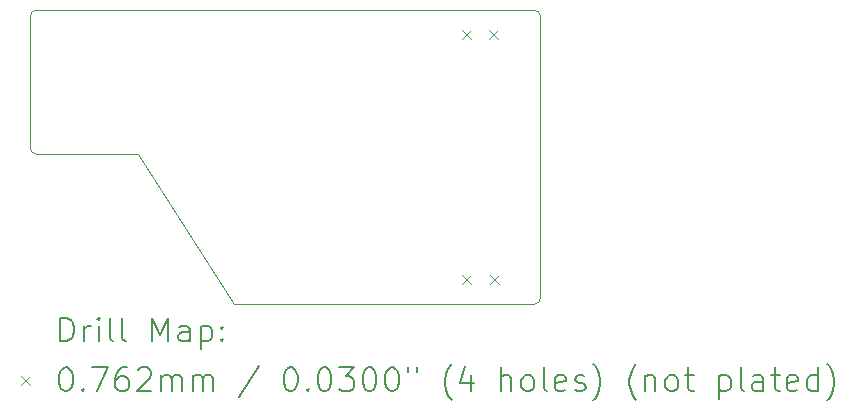
<source format=gbr>
%TF.GenerationSoftware,KiCad,Pcbnew,6.0.8-f2edbf62ab~116~ubuntu22.04.1*%
%TF.CreationDate,2022-11-21T22:24:38-03:00*%
%TF.ProjectId,pip,7069702e-6b69-4636-9164-5f7063625858,rev?*%
%TF.SameCoordinates,Original*%
%TF.FileFunction,Drillmap*%
%TF.FilePolarity,Positive*%
%FSLAX45Y45*%
G04 Gerber Fmt 4.5, Leading zero omitted, Abs format (unit mm)*
G04 Created by KiCad (PCBNEW 6.0.8-f2edbf62ab~116~ubuntu22.04.1) date 2022-11-21 22:24:38*
%MOMM*%
%LPD*%
G01*
G04 APERTURE LIST*
%ADD10C,0.100000*%
%ADD11C,0.200000*%
%ADD12C,0.076200*%
G04 APERTURE END LIST*
D10*
X15951200Y-10388600D02*
G75*
G03*
X16002000Y-10337800I0J50800D01*
G01*
X15951200Y-10388600D02*
X13411200Y-10388600D01*
X11684000Y-9067800D02*
X11684000Y-7950200D01*
X11734800Y-7899400D02*
G75*
G03*
X11684000Y-7950200I0J-50800D01*
G01*
X16002000Y-7950200D02*
G75*
G03*
X15951200Y-7899400I-50800J0D01*
G01*
X16002000Y-7950200D02*
X16002000Y-10337800D01*
X12598400Y-9118600D02*
X11734800Y-9118600D01*
X13411200Y-10388600D02*
X12598400Y-9118600D01*
X11734800Y-7899400D02*
X15951200Y-7899400D01*
X11684000Y-9067800D02*
G75*
G03*
X11734800Y-9118600I50800J0D01*
G01*
D11*
D12*
X15340700Y-8069580D02*
X15416900Y-8145780D01*
X15416900Y-8069580D02*
X15340700Y-8145780D01*
X15341060Y-10142220D02*
X15417260Y-10218420D01*
X15417260Y-10142220D02*
X15341060Y-10218420D01*
X15570740Y-8069580D02*
X15646940Y-8145780D01*
X15646940Y-8069580D02*
X15570740Y-8145780D01*
X15571100Y-10142220D02*
X15647300Y-10218420D01*
X15647300Y-10142220D02*
X15571100Y-10218420D01*
D11*
X11936619Y-10704076D02*
X11936619Y-10504076D01*
X11984238Y-10504076D01*
X12012809Y-10513600D01*
X12031857Y-10532648D01*
X12041381Y-10551695D01*
X12050905Y-10589790D01*
X12050905Y-10618362D01*
X12041381Y-10656457D01*
X12031857Y-10675505D01*
X12012809Y-10694552D01*
X11984238Y-10704076D01*
X11936619Y-10704076D01*
X12136619Y-10704076D02*
X12136619Y-10570743D01*
X12136619Y-10608838D02*
X12146143Y-10589790D01*
X12155667Y-10580267D01*
X12174714Y-10570743D01*
X12193762Y-10570743D01*
X12260428Y-10704076D02*
X12260428Y-10570743D01*
X12260428Y-10504076D02*
X12250905Y-10513600D01*
X12260428Y-10523124D01*
X12269952Y-10513600D01*
X12260428Y-10504076D01*
X12260428Y-10523124D01*
X12384238Y-10704076D02*
X12365190Y-10694552D01*
X12355667Y-10675505D01*
X12355667Y-10504076D01*
X12489000Y-10704076D02*
X12469952Y-10694552D01*
X12460428Y-10675505D01*
X12460428Y-10504076D01*
X12717571Y-10704076D02*
X12717571Y-10504076D01*
X12784238Y-10646933D01*
X12850905Y-10504076D01*
X12850905Y-10704076D01*
X13031857Y-10704076D02*
X13031857Y-10599314D01*
X13022333Y-10580267D01*
X13003286Y-10570743D01*
X12965190Y-10570743D01*
X12946143Y-10580267D01*
X13031857Y-10694552D02*
X13012809Y-10704076D01*
X12965190Y-10704076D01*
X12946143Y-10694552D01*
X12936619Y-10675505D01*
X12936619Y-10656457D01*
X12946143Y-10637410D01*
X12965190Y-10627886D01*
X13012809Y-10627886D01*
X13031857Y-10618362D01*
X13127095Y-10570743D02*
X13127095Y-10770743D01*
X13127095Y-10580267D02*
X13146143Y-10570743D01*
X13184238Y-10570743D01*
X13203286Y-10580267D01*
X13212809Y-10589790D01*
X13222333Y-10608838D01*
X13222333Y-10665981D01*
X13212809Y-10685029D01*
X13203286Y-10694552D01*
X13184238Y-10704076D01*
X13146143Y-10704076D01*
X13127095Y-10694552D01*
X13308048Y-10685029D02*
X13317571Y-10694552D01*
X13308048Y-10704076D01*
X13298524Y-10694552D01*
X13308048Y-10685029D01*
X13308048Y-10704076D01*
X13308048Y-10580267D02*
X13317571Y-10589790D01*
X13308048Y-10599314D01*
X13298524Y-10589790D01*
X13308048Y-10580267D01*
X13308048Y-10599314D01*
D12*
X11602800Y-10995500D02*
X11679000Y-11071700D01*
X11679000Y-10995500D02*
X11602800Y-11071700D01*
D11*
X11974714Y-10924076D02*
X11993762Y-10924076D01*
X12012809Y-10933600D01*
X12022333Y-10943124D01*
X12031857Y-10962171D01*
X12041381Y-11000267D01*
X12041381Y-11047886D01*
X12031857Y-11085981D01*
X12022333Y-11105029D01*
X12012809Y-11114552D01*
X11993762Y-11124076D01*
X11974714Y-11124076D01*
X11955667Y-11114552D01*
X11946143Y-11105029D01*
X11936619Y-11085981D01*
X11927095Y-11047886D01*
X11927095Y-11000267D01*
X11936619Y-10962171D01*
X11946143Y-10943124D01*
X11955667Y-10933600D01*
X11974714Y-10924076D01*
X12127095Y-11105029D02*
X12136619Y-11114552D01*
X12127095Y-11124076D01*
X12117571Y-11114552D01*
X12127095Y-11105029D01*
X12127095Y-11124076D01*
X12203286Y-10924076D02*
X12336619Y-10924076D01*
X12250905Y-11124076D01*
X12498524Y-10924076D02*
X12460428Y-10924076D01*
X12441381Y-10933600D01*
X12431857Y-10943124D01*
X12412809Y-10971695D01*
X12403286Y-11009790D01*
X12403286Y-11085981D01*
X12412809Y-11105029D01*
X12422333Y-11114552D01*
X12441381Y-11124076D01*
X12479476Y-11124076D01*
X12498524Y-11114552D01*
X12508048Y-11105029D01*
X12517571Y-11085981D01*
X12517571Y-11038362D01*
X12508048Y-11019314D01*
X12498524Y-11009790D01*
X12479476Y-11000267D01*
X12441381Y-11000267D01*
X12422333Y-11009790D01*
X12412809Y-11019314D01*
X12403286Y-11038362D01*
X12593762Y-10943124D02*
X12603286Y-10933600D01*
X12622333Y-10924076D01*
X12669952Y-10924076D01*
X12689000Y-10933600D01*
X12698524Y-10943124D01*
X12708048Y-10962171D01*
X12708048Y-10981219D01*
X12698524Y-11009790D01*
X12584238Y-11124076D01*
X12708048Y-11124076D01*
X12793762Y-11124076D02*
X12793762Y-10990743D01*
X12793762Y-11009790D02*
X12803286Y-11000267D01*
X12822333Y-10990743D01*
X12850905Y-10990743D01*
X12869952Y-11000267D01*
X12879476Y-11019314D01*
X12879476Y-11124076D01*
X12879476Y-11019314D02*
X12889000Y-11000267D01*
X12908048Y-10990743D01*
X12936619Y-10990743D01*
X12955667Y-11000267D01*
X12965190Y-11019314D01*
X12965190Y-11124076D01*
X13060428Y-11124076D02*
X13060428Y-10990743D01*
X13060428Y-11009790D02*
X13069952Y-11000267D01*
X13089000Y-10990743D01*
X13117571Y-10990743D01*
X13136619Y-11000267D01*
X13146143Y-11019314D01*
X13146143Y-11124076D01*
X13146143Y-11019314D02*
X13155667Y-11000267D01*
X13174714Y-10990743D01*
X13203286Y-10990743D01*
X13222333Y-11000267D01*
X13231857Y-11019314D01*
X13231857Y-11124076D01*
X13622333Y-10914552D02*
X13450905Y-11171695D01*
X13879476Y-10924076D02*
X13898524Y-10924076D01*
X13917571Y-10933600D01*
X13927095Y-10943124D01*
X13936619Y-10962171D01*
X13946143Y-11000267D01*
X13946143Y-11047886D01*
X13936619Y-11085981D01*
X13927095Y-11105029D01*
X13917571Y-11114552D01*
X13898524Y-11124076D01*
X13879476Y-11124076D01*
X13860428Y-11114552D01*
X13850905Y-11105029D01*
X13841381Y-11085981D01*
X13831857Y-11047886D01*
X13831857Y-11000267D01*
X13841381Y-10962171D01*
X13850905Y-10943124D01*
X13860428Y-10933600D01*
X13879476Y-10924076D01*
X14031857Y-11105029D02*
X14041381Y-11114552D01*
X14031857Y-11124076D01*
X14022333Y-11114552D01*
X14031857Y-11105029D01*
X14031857Y-11124076D01*
X14165190Y-10924076D02*
X14184238Y-10924076D01*
X14203286Y-10933600D01*
X14212809Y-10943124D01*
X14222333Y-10962171D01*
X14231857Y-11000267D01*
X14231857Y-11047886D01*
X14222333Y-11085981D01*
X14212809Y-11105029D01*
X14203286Y-11114552D01*
X14184238Y-11124076D01*
X14165190Y-11124076D01*
X14146143Y-11114552D01*
X14136619Y-11105029D01*
X14127095Y-11085981D01*
X14117571Y-11047886D01*
X14117571Y-11000267D01*
X14127095Y-10962171D01*
X14136619Y-10943124D01*
X14146143Y-10933600D01*
X14165190Y-10924076D01*
X14298524Y-10924076D02*
X14422333Y-10924076D01*
X14355667Y-11000267D01*
X14384238Y-11000267D01*
X14403286Y-11009790D01*
X14412809Y-11019314D01*
X14422333Y-11038362D01*
X14422333Y-11085981D01*
X14412809Y-11105029D01*
X14403286Y-11114552D01*
X14384238Y-11124076D01*
X14327095Y-11124076D01*
X14308048Y-11114552D01*
X14298524Y-11105029D01*
X14546143Y-10924076D02*
X14565190Y-10924076D01*
X14584238Y-10933600D01*
X14593762Y-10943124D01*
X14603286Y-10962171D01*
X14612809Y-11000267D01*
X14612809Y-11047886D01*
X14603286Y-11085981D01*
X14593762Y-11105029D01*
X14584238Y-11114552D01*
X14565190Y-11124076D01*
X14546143Y-11124076D01*
X14527095Y-11114552D01*
X14517571Y-11105029D01*
X14508048Y-11085981D01*
X14498524Y-11047886D01*
X14498524Y-11000267D01*
X14508048Y-10962171D01*
X14517571Y-10943124D01*
X14527095Y-10933600D01*
X14546143Y-10924076D01*
X14736619Y-10924076D02*
X14755667Y-10924076D01*
X14774714Y-10933600D01*
X14784238Y-10943124D01*
X14793762Y-10962171D01*
X14803286Y-11000267D01*
X14803286Y-11047886D01*
X14793762Y-11085981D01*
X14784238Y-11105029D01*
X14774714Y-11114552D01*
X14755667Y-11124076D01*
X14736619Y-11124076D01*
X14717571Y-11114552D01*
X14708048Y-11105029D01*
X14698524Y-11085981D01*
X14689000Y-11047886D01*
X14689000Y-11000267D01*
X14698524Y-10962171D01*
X14708048Y-10943124D01*
X14717571Y-10933600D01*
X14736619Y-10924076D01*
X14879476Y-10924076D02*
X14879476Y-10962171D01*
X14955667Y-10924076D02*
X14955667Y-10962171D01*
X15250905Y-11200267D02*
X15241381Y-11190743D01*
X15222333Y-11162171D01*
X15212809Y-11143124D01*
X15203286Y-11114552D01*
X15193762Y-11066933D01*
X15193762Y-11028838D01*
X15203286Y-10981219D01*
X15212809Y-10952648D01*
X15222333Y-10933600D01*
X15241381Y-10905029D01*
X15250905Y-10895505D01*
X15412809Y-10990743D02*
X15412809Y-11124076D01*
X15365190Y-10914552D02*
X15317571Y-11057410D01*
X15441381Y-11057410D01*
X15669952Y-11124076D02*
X15669952Y-10924076D01*
X15755667Y-11124076D02*
X15755667Y-11019314D01*
X15746143Y-11000267D01*
X15727095Y-10990743D01*
X15698524Y-10990743D01*
X15679476Y-11000267D01*
X15669952Y-11009790D01*
X15879476Y-11124076D02*
X15860428Y-11114552D01*
X15850905Y-11105029D01*
X15841381Y-11085981D01*
X15841381Y-11028838D01*
X15850905Y-11009790D01*
X15860428Y-11000267D01*
X15879476Y-10990743D01*
X15908048Y-10990743D01*
X15927095Y-11000267D01*
X15936619Y-11009790D01*
X15946143Y-11028838D01*
X15946143Y-11085981D01*
X15936619Y-11105029D01*
X15927095Y-11114552D01*
X15908048Y-11124076D01*
X15879476Y-11124076D01*
X16060428Y-11124076D02*
X16041381Y-11114552D01*
X16031857Y-11095505D01*
X16031857Y-10924076D01*
X16212809Y-11114552D02*
X16193762Y-11124076D01*
X16155667Y-11124076D01*
X16136619Y-11114552D01*
X16127095Y-11095505D01*
X16127095Y-11019314D01*
X16136619Y-11000267D01*
X16155667Y-10990743D01*
X16193762Y-10990743D01*
X16212809Y-11000267D01*
X16222333Y-11019314D01*
X16222333Y-11038362D01*
X16127095Y-11057410D01*
X16298524Y-11114552D02*
X16317571Y-11124076D01*
X16355667Y-11124076D01*
X16374714Y-11114552D01*
X16384238Y-11095505D01*
X16384238Y-11085981D01*
X16374714Y-11066933D01*
X16355667Y-11057410D01*
X16327095Y-11057410D01*
X16308048Y-11047886D01*
X16298524Y-11028838D01*
X16298524Y-11019314D01*
X16308048Y-11000267D01*
X16327095Y-10990743D01*
X16355667Y-10990743D01*
X16374714Y-11000267D01*
X16450905Y-11200267D02*
X16460428Y-11190743D01*
X16479476Y-11162171D01*
X16489000Y-11143124D01*
X16498524Y-11114552D01*
X16508048Y-11066933D01*
X16508048Y-11028838D01*
X16498524Y-10981219D01*
X16489000Y-10952648D01*
X16479476Y-10933600D01*
X16460428Y-10905029D01*
X16450905Y-10895505D01*
X16812810Y-11200267D02*
X16803286Y-11190743D01*
X16784238Y-11162171D01*
X16774714Y-11143124D01*
X16765190Y-11114552D01*
X16755667Y-11066933D01*
X16755667Y-11028838D01*
X16765190Y-10981219D01*
X16774714Y-10952648D01*
X16784238Y-10933600D01*
X16803286Y-10905029D01*
X16812810Y-10895505D01*
X16889000Y-10990743D02*
X16889000Y-11124076D01*
X16889000Y-11009790D02*
X16898524Y-11000267D01*
X16917571Y-10990743D01*
X16946143Y-10990743D01*
X16965190Y-11000267D01*
X16974714Y-11019314D01*
X16974714Y-11124076D01*
X17098524Y-11124076D02*
X17079476Y-11114552D01*
X17069952Y-11105029D01*
X17060429Y-11085981D01*
X17060429Y-11028838D01*
X17069952Y-11009790D01*
X17079476Y-11000267D01*
X17098524Y-10990743D01*
X17127095Y-10990743D01*
X17146143Y-11000267D01*
X17155667Y-11009790D01*
X17165190Y-11028838D01*
X17165190Y-11085981D01*
X17155667Y-11105029D01*
X17146143Y-11114552D01*
X17127095Y-11124076D01*
X17098524Y-11124076D01*
X17222333Y-10990743D02*
X17298524Y-10990743D01*
X17250905Y-10924076D02*
X17250905Y-11095505D01*
X17260429Y-11114552D01*
X17279476Y-11124076D01*
X17298524Y-11124076D01*
X17517571Y-10990743D02*
X17517571Y-11190743D01*
X17517571Y-11000267D02*
X17536619Y-10990743D01*
X17574714Y-10990743D01*
X17593762Y-11000267D01*
X17603286Y-11009790D01*
X17612810Y-11028838D01*
X17612810Y-11085981D01*
X17603286Y-11105029D01*
X17593762Y-11114552D01*
X17574714Y-11124076D01*
X17536619Y-11124076D01*
X17517571Y-11114552D01*
X17727095Y-11124076D02*
X17708048Y-11114552D01*
X17698524Y-11095505D01*
X17698524Y-10924076D01*
X17889000Y-11124076D02*
X17889000Y-11019314D01*
X17879476Y-11000267D01*
X17860429Y-10990743D01*
X17822333Y-10990743D01*
X17803286Y-11000267D01*
X17889000Y-11114552D02*
X17869952Y-11124076D01*
X17822333Y-11124076D01*
X17803286Y-11114552D01*
X17793762Y-11095505D01*
X17793762Y-11076457D01*
X17803286Y-11057410D01*
X17822333Y-11047886D01*
X17869952Y-11047886D01*
X17889000Y-11038362D01*
X17955667Y-10990743D02*
X18031857Y-10990743D01*
X17984238Y-10924076D02*
X17984238Y-11095505D01*
X17993762Y-11114552D01*
X18012810Y-11124076D01*
X18031857Y-11124076D01*
X18174714Y-11114552D02*
X18155667Y-11124076D01*
X18117571Y-11124076D01*
X18098524Y-11114552D01*
X18089000Y-11095505D01*
X18089000Y-11019314D01*
X18098524Y-11000267D01*
X18117571Y-10990743D01*
X18155667Y-10990743D01*
X18174714Y-11000267D01*
X18184238Y-11019314D01*
X18184238Y-11038362D01*
X18089000Y-11057410D01*
X18355667Y-11124076D02*
X18355667Y-10924076D01*
X18355667Y-11114552D02*
X18336619Y-11124076D01*
X18298524Y-11124076D01*
X18279476Y-11114552D01*
X18269952Y-11105029D01*
X18260429Y-11085981D01*
X18260429Y-11028838D01*
X18269952Y-11009790D01*
X18279476Y-11000267D01*
X18298524Y-10990743D01*
X18336619Y-10990743D01*
X18355667Y-11000267D01*
X18431857Y-11200267D02*
X18441381Y-11190743D01*
X18460429Y-11162171D01*
X18469952Y-11143124D01*
X18479476Y-11114552D01*
X18489000Y-11066933D01*
X18489000Y-11028838D01*
X18479476Y-10981219D01*
X18469952Y-10952648D01*
X18460429Y-10933600D01*
X18441381Y-10905029D01*
X18431857Y-10895505D01*
M02*

</source>
